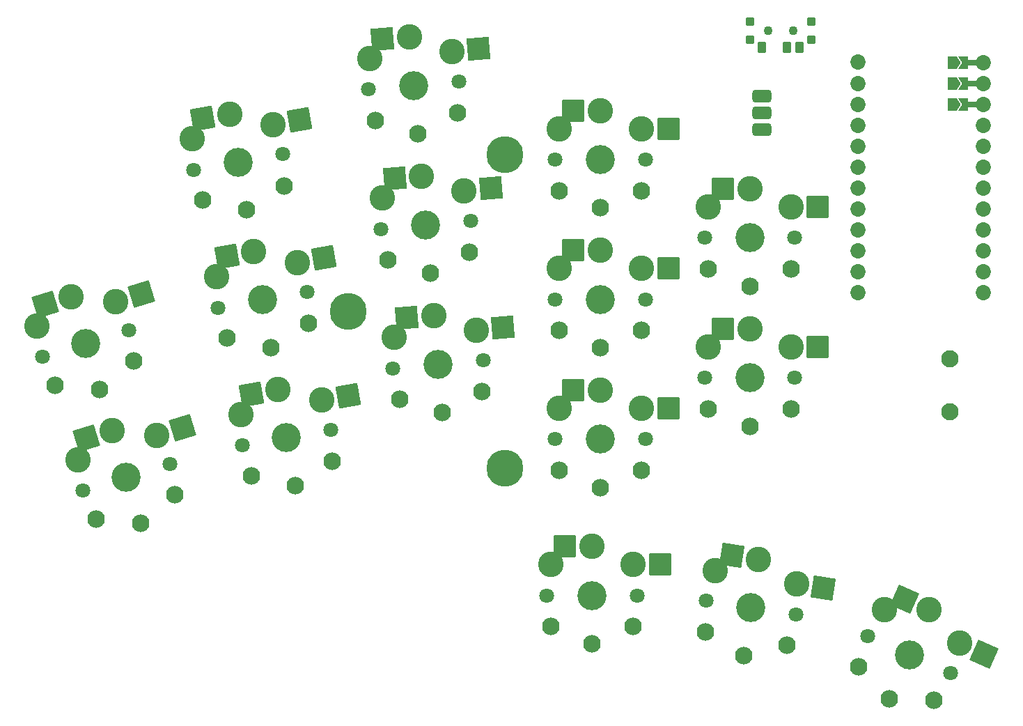
<source format=gbs>
%TF.GenerationSoftware,KiCad,Pcbnew,(6.0.4-0)*%
%TF.CreationDate,2022-07-25T11:59:58+02:00*%
%TF.ProjectId,battoota,62617474-6f6f-4746-912e-6b696361645f,v1.0.0*%
%TF.SameCoordinates,Original*%
%TF.FileFunction,Soldermask,Bot*%
%TF.FilePolarity,Negative*%
%FSLAX46Y46*%
G04 Gerber Fmt 4.6, Leading zero omitted, Abs format (unit mm)*
G04 Created by KiCad (PCBNEW (6.0.4-0)) date 2022-07-25 11:59:58*
%MOMM*%
%LPD*%
G01*
G04 APERTURE LIST*
G04 Aperture macros list*
%AMRoundRect*
0 Rectangle with rounded corners*
0 $1 Rounding radius*
0 $2 $3 $4 $5 $6 $7 $8 $9 X,Y pos of 4 corners*
0 Add a 4 corners polygon primitive as box body*
4,1,4,$2,$3,$4,$5,$6,$7,$8,$9,$2,$3,0*
0 Add four circle primitives for the rounded corners*
1,1,$1+$1,$2,$3*
1,1,$1+$1,$4,$5*
1,1,$1+$1,$6,$7*
1,1,$1+$1,$8,$9*
0 Add four rect primitives between the rounded corners*
20,1,$1+$1,$2,$3,$4,$5,0*
20,1,$1+$1,$4,$5,$6,$7,0*
20,1,$1+$1,$6,$7,$8,$9,0*
20,1,$1+$1,$8,$9,$2,$3,0*%
%AMFreePoly0*
4,1,16,0.685355,0.785355,0.700000,0.750000,0.691603,0.722265,0.210093,0.000000,0.691603,-0.722265,0.699029,-0.759806,0.677735,-0.791603,0.650000,-0.800000,-0.500000,-0.800000,-0.535355,-0.785355,-0.550000,-0.750000,-0.550000,0.750000,-0.535355,0.785355,-0.500000,0.800000,0.650000,0.800000,0.685355,0.785355,0.685355,0.785355,$1*%
%AMFreePoly1*
4,1,16,0.535355,0.785355,0.550000,0.750000,0.550000,-0.750000,0.535355,-0.785355,0.500000,-0.800000,-0.500000,-0.800000,-0.535355,-0.785355,-0.541603,-0.777735,-1.041603,-0.027735,-1.049029,0.009806,-1.041603,0.027735,-0.541603,0.777735,-0.509806,0.799029,-0.500000,0.800000,0.500000,0.800000,0.535355,0.785355,0.535355,0.785355,$1*%
G04 Aperture macros list end*
%ADD10C,2.100000*%
%ADD11C,1.801800*%
%ADD12C,3.100000*%
%ADD13C,3.529000*%
%ADD14RoundRect,0.050000X-1.054507X-1.505993X1.505993X-1.054507X1.054507X1.505993X-1.505993X1.054507X0*%
%ADD15C,2.132000*%
%ADD16RoundRect,0.050000X-1.181751X-1.408356X1.408356X-1.181751X1.181751X1.408356X-1.408356X1.181751X0*%
%ADD17RoundRect,0.050000X-1.300000X-1.300000X1.300000X-1.300000X1.300000X1.300000X-1.300000X1.300000X0*%
%ADD18RoundRect,0.050000X-0.450000X-0.450000X0.450000X-0.450000X0.450000X0.450000X-0.450000X0.450000X0*%
%ADD19C,1.100000*%
%ADD20RoundRect,0.050000X-0.450000X-0.625000X0.450000X-0.625000X0.450000X0.625000X-0.450000X0.625000X0*%
%ADD21RoundRect,0.050000X-1.716367X-0.658851X0.658851X-1.716367X1.716367X0.658851X-0.658851X1.716367X0*%
%ADD22RoundRect,0.425000X-0.750000X0.375000X-0.750000X-0.375000X0.750000X-0.375000X0.750000X0.375000X0*%
%ADD23RoundRect,0.050000X-0.863113X-1.623279X1.623279X-0.863113X0.863113X1.623279X-1.623279X0.863113X0*%
%ADD24RoundRect,0.050000X-1.487360X-1.080630X1.080630X-1.487360X1.487360X1.080630X-1.080630X1.487360X0*%
%ADD25C,1.852600*%
%ADD26FreePoly0,180.000000*%
%ADD27RoundRect,0.050000X-0.762000X0.250000X-0.762000X-0.250000X0.762000X-0.250000X0.762000X0.250000X0*%
%ADD28FreePoly1,180.000000*%
%ADD29C,4.500000*%
G04 APERTURE END LIST*
D10*
%TO.C,B1*%
X157969791Y80873254D03*
X157969791Y74373254D03*
%TD*%
D11*
%TO.C,S11*%
X65970667Y103790002D03*
D12*
X75659968Y109306336D03*
X70353903Y110604673D03*
D13*
X71387110Y104745067D03*
D11*
X76803553Y105700132D03*
D12*
X65811891Y107569854D03*
D14*
X67128657Y110035975D03*
D15*
X67122934Y100134557D03*
X76971012Y101871038D03*
D14*
X78885214Y109875034D03*
D15*
X72411634Y98934701D03*
%TD*%
D12*
%TO.C,S15*%
X88913836Y100414117D03*
X93703066Y103041525D03*
X98875783Y101285675D03*
D13*
X94221643Y97114167D03*
D11*
X99700714Y97593524D03*
X88742572Y96634810D03*
D15*
X89571861Y92892848D03*
D16*
X90440528Y102756090D03*
D15*
X99533808Y93764406D03*
D16*
X102138320Y101571110D03*
D15*
X94735862Y91236618D03*
%TD*%
D12*
%TO.C,S21*%
X120424791Y91827253D03*
D11*
X109924791Y88077254D03*
X120924791Y88077254D03*
D13*
X115424791Y88077254D03*
D12*
X115424791Y94027254D03*
X110424791Y91827253D03*
D17*
X112149790Y94027254D03*
D15*
X120424791Y84277254D03*
X110424791Y84277254D03*
X115424791Y82177254D03*
D17*
X123699791Y91827253D03*
%TD*%
D12*
%TO.C,S31*%
X119400791Y55846253D03*
X109400791Y55846253D03*
D13*
X114400791Y52096254D03*
D11*
X108900791Y52096254D03*
X119900791Y52096254D03*
D12*
X114400791Y58046254D03*
D15*
X119400791Y48296254D03*
X109400791Y48296254D03*
D17*
X111125790Y58046254D03*
X122675791Y55846253D03*
D15*
X114400791Y46196254D03*
%TD*%
D18*
%TO.C,T2*%
X141068406Y121851838D03*
X133668406Y121851838D03*
X141068406Y119651838D03*
X133668406Y119651838D03*
D19*
X135868406Y120751838D03*
X138868406Y120751838D03*
D20*
X135118406Y118676838D03*
X138118406Y118676838D03*
X139618406Y118676838D03*
%TD*%
D12*
%TO.C,S29*%
X128599495Y99294490D03*
D13*
X133599495Y95544491D03*
D12*
X133599495Y101494491D03*
D11*
X128099495Y95544491D03*
X139099495Y95544491D03*
D12*
X138599495Y99294490D03*
D15*
X128599495Y91744491D03*
X138599495Y91744491D03*
D17*
X130324494Y101494491D03*
D15*
X133599495Y89644491D03*
D17*
X141874495Y99294490D03*
%TD*%
D11*
%TO.C,S33*%
X158021559Y42660992D03*
D12*
X149954594Y50357522D03*
X159090048Y46290155D03*
D11*
X147972559Y47135096D03*
D12*
X155417142Y50333639D03*
D13*
X152997059Y44898044D03*
D21*
X152425280Y51665702D03*
D15*
X156019187Y39392888D03*
X146883732Y43460254D03*
X150597313Y39508126D03*
D21*
X162081910Y44958093D03*
%TD*%
D12*
%TO.C,S7*%
X81564006Y75822872D03*
X76257941Y77121209D03*
D11*
X71874705Y70306538D03*
D12*
X71715929Y74086390D03*
D13*
X77291148Y71261603D03*
D11*
X82707591Y72216668D03*
D15*
X82875050Y68387574D03*
D14*
X73032695Y76552511D03*
D15*
X73026972Y66651093D03*
D14*
X84789252Y76391570D03*
D15*
X78315672Y65451237D03*
%TD*%
D22*
%TO.C,PAD1*%
X135109791Y108738254D03*
X135109791Y110738254D03*
X135109791Y112738254D03*
%TD*%
D12*
%TO.C,S5*%
X56527389Y87777963D03*
D13*
X52842259Y82729963D03*
D12*
X51102647Y88419976D03*
D11*
X47582583Y81121919D03*
D12*
X46964342Y84854246D03*
D11*
X58101935Y84338007D03*
D15*
X58734795Y80557863D03*
D23*
X47970748Y87462459D03*
D15*
X49171748Y77634146D03*
D23*
X59659287Y88735481D03*
D15*
X54567252Y77087765D03*
%TD*%
D12*
%TO.C,S27*%
X133599495Y84494491D03*
D11*
X128099495Y78544491D03*
D12*
X138599495Y82294490D03*
D11*
X139099495Y78544491D03*
D12*
X128599495Y82294490D03*
D13*
X133599495Y78544491D03*
D15*
X138599495Y74744491D03*
D17*
X130324494Y84494491D03*
D15*
X128599495Y74744491D03*
X133599495Y72644491D03*
D17*
X141874495Y82294490D03*
%TD*%
D12*
%TO.C,S9*%
X78611987Y92564604D03*
D11*
X68922686Y87048270D03*
D13*
X74339129Y88003335D03*
D12*
X73305922Y93862941D03*
D11*
X79755572Y88958400D03*
D12*
X68763910Y90828122D03*
D15*
X79923031Y85129306D03*
X70074953Y83392825D03*
D14*
X70080676Y93294243D03*
X81837233Y93133302D03*
D15*
X75363653Y82192969D03*
%TD*%
D12*
%TO.C,S13*%
X90395484Y83478807D03*
X100357431Y84350365D03*
D11*
X101182362Y80658214D03*
D12*
X95184714Y86106215D03*
D11*
X90224220Y79699500D03*
D13*
X95703291Y80178857D03*
D15*
X91053509Y75957538D03*
D16*
X91922176Y85820780D03*
D15*
X101015456Y76829096D03*
X96217510Y74301308D03*
D16*
X103619968Y84635800D03*
%TD*%
D12*
%TO.C,S17*%
X92221419Y119976835D03*
D11*
X98219067Y114528834D03*
D12*
X97394136Y118220985D03*
D11*
X87260925Y113570120D03*
D12*
X87432189Y117349427D03*
D13*
X92739996Y114049477D03*
D16*
X88958881Y119691400D03*
D15*
X98052161Y110699716D03*
X88090214Y109828158D03*
X93254215Y108171928D03*
D16*
X100656673Y118506420D03*
%TD*%
D12*
%TO.C,S31*%
X139283457Y53518457D03*
X129406573Y55082802D03*
D13*
X133758386Y50596799D03*
D11*
X128326100Y51457189D03*
X139190672Y49736409D03*
D12*
X134689171Y56473545D03*
D15*
X138102377Y46061411D03*
X128225493Y47625756D03*
D24*
X131454491Y56985868D03*
X142518136Y53006134D03*
D15*
X132835423Y44769438D03*
%TD*%
D25*
%TO.C,MCU1*%
X161977213Y114302348D03*
D26*
X159643690Y114302348D03*
D25*
X161977213Y111762348D03*
D27*
X160593690Y116842348D03*
D25*
X146737213Y111762348D03*
D27*
X160593690Y114302348D03*
X160593690Y111762348D03*
D26*
X159643690Y111762348D03*
X159643690Y116842348D03*
D25*
X146737213Y116926094D03*
X161977213Y116842348D03*
X146737213Y114302348D03*
D28*
X158193690Y116842348D03*
X158193690Y114302348D03*
X158193690Y111762348D03*
D25*
X146737213Y109222348D03*
X146737213Y106682348D03*
X146737213Y104142348D03*
X146737213Y101602348D03*
X146737213Y99062348D03*
X146737213Y96522348D03*
X146737213Y93982348D03*
X146737213Y91442348D03*
X146737213Y88902348D03*
X161977213Y109222348D03*
X161977213Y106682348D03*
X161977213Y104142348D03*
X161977213Y101602348D03*
X161977213Y99062348D03*
X161977213Y96522348D03*
X161977213Y93982348D03*
X161977213Y91442348D03*
X161977213Y88902348D03*
%TD*%
D11*
%TO.C,S3*%
X52552902Y64864738D03*
X63072254Y68080826D03*
D12*
X56072966Y72162795D03*
X51934661Y68597065D03*
X61497708Y71520782D03*
D13*
X57812578Y66472782D03*
D15*
X54142067Y61376965D03*
D23*
X52941067Y71205278D03*
D15*
X63705114Y64300682D03*
X59537571Y60830584D03*
D23*
X64629606Y72478300D03*
%TD*%
D29*
%TO.C,REF\u002A\u002A*%
X84760924Y86640254D03*
X103810924Y67590254D03*
X103810924Y105690254D03*
%TD*%
D11*
%TO.C,S23*%
X120924791Y105077254D03*
D12*
X110424791Y108827253D03*
X115424791Y111027254D03*
X120424791Y108827253D03*
D13*
X115424791Y105077254D03*
D11*
X109924791Y105077254D03*
D17*
X112149790Y111027254D03*
D15*
X120424791Y101277254D03*
X110424791Y101277254D03*
X115424791Y99177254D03*
D17*
X123699791Y108827253D03*
%TD*%
D12*
%TO.C,S19*%
X120424791Y74827253D03*
D11*
X120924791Y71077254D03*
X109924791Y71077254D03*
D13*
X115424791Y71077254D03*
D12*
X115424791Y77027254D03*
X110424791Y74827253D03*
D17*
X112149790Y77027254D03*
D15*
X110424791Y67277254D03*
X120424791Y67277254D03*
D17*
X123699791Y74827253D03*
D15*
X115424791Y65177254D03*
%TD*%
M02*

</source>
